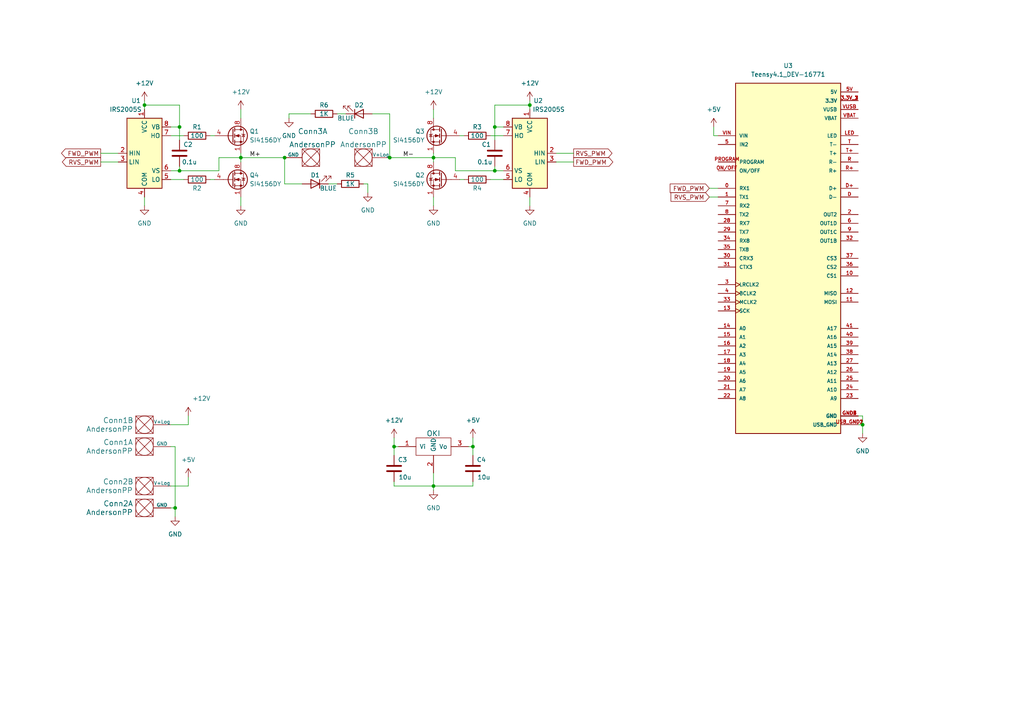
<source format=kicad_sch>
(kicad_sch (version 20211123) (generator eeschema)
  (paper "A4")
  (lib_symbols
    (symbol "Device:C" (pin_numbers hide) (pin_names (offset 0.254))
      (property "Reference" "C" (at 0.635 2.54 0))
      (property "Value" "C" (at 0.635 -2.54 0))
      (symbol "C_0_1"
        (polyline (pts (xy -2.032 -0.762) (xy 2.032 -0.762)) (stroke (width 0.508)))
        (polyline (pts (xy -2.032 0.762) (xy 2.032 0.762)) (stroke (width 0.508)))
      )
      (symbol "C_1_1"
        (pin passive line (at 0 3.81 270) (length 2.794) (name "~") (number "1"))
        (pin passive line (at 0 -3.81 90) (length 2.794) (name "~") (number "2"))
      )
    )
    (symbol "Device:LED" (pin_numbers hide) (pin_names (offset 1.016) hide)
      (property "Reference" "D" (at 0 2.54 0))
      (property "Value" "LED" (at 0 -2.54 0))
      (symbol "LED_0_1"
        (polyline (pts (xy -1.27 -1.27) (xy -1.27 1.27)) (stroke (width 0.254)))
        (polyline (pts (xy -1.27 0) (xy 1.27 0)))
        (polyline (pts (xy 1.27 -1.27) (xy 1.27 1.27) (xy -1.27 0) (xy 1.27 -1.27)) (stroke (width 0.254)))
        (polyline (pts (xy -3.048 -0.762) (xy -4.572 -2.286) (xy -3.81 -2.286) (xy -4.572 -2.286) (xy -4.572 -1.524)))
        (polyline (pts (xy -1.778 -0.762) (xy -3.302 -2.286) (xy -2.54 -2.286) (xy -3.302 -2.286) (xy -3.302 -1.524)))
      )
      (symbol "LED_1_1"
        (pin passive line (at -3.81 0 0) (length 2.54) (name "K") (number "1"))
        (pin passive line (at 3.81 0 180) (length 2.54) (name "A") (number "2"))
      )
    )
    (symbol "Device:R" (pin_numbers hide) (pin_names (offset 0))
      (property "Reference" "R" (at 2.032 0 90))
      (property "Value" "R" (at 0 0 90))
      (symbol "R_0_1"
        (rectangle (start -1.016 -2.54) (end 1.016 2.54) (stroke (width 0.254)))
      )
      (symbol "R_1_1"
        (pin passive line (at 0 3.81 270) (length 1.27) (name "~") (number "1"))
        (pin passive line (at 0 -3.81 90) (length 1.27) (name "~") (number "2"))
      )
    )
    (symbol "Driver_FET:IRS2005S"
      (property "Reference" "U" (at 1.27 13.335 0))
      (property "Value" "IRS2005S" (at 1.27 11.43 0))
      (symbol "IRS2005S_0_1"
        (rectangle (start -5.08 -10.16) (end 5.08 10.16) (stroke (width 0.254)) (fill (type background)))
      )
      (symbol "IRS2005S_1_1"
        (pin power_in line (at 0 12.7 270) (length 2.54) (name "VCC") (number "1"))
        (pin input line (at -7.62 0 0) (length 2.54) (name "HIN") (number "2"))
        (pin input line (at -7.62 -2.54 0) (length 2.54) (name "LIN") (number "3"))
        (pin power_in line (at 0 -12.7 90) (length 2.54) (name "COM") (number "4"))
        (pin output line (at 7.62 -7.62 180) (length 2.54) (name "LO") (number "5"))
        (pin passive line (at 7.62 -5.08 180) (length 2.54) (name "VS") (number "6"))
        (pin output line (at 7.62 5.08 180) (length 2.54) (name "HO") (number "7"))
        (pin passive line (at 7.62 7.62 180) (length 2.54) (name "VB") (number "8"))
      )
    )
    (symbol "MRDT_Connectors:AndersonPP" (pin_numbers hide) (pin_names (offset 0))
      (property "Reference" "Conn" (at 3.81 -1.27 0))
      (property "Value" "AndersonPP" (at 2.54 6.35 0))
      (symbol "AndersonPP_0_1"
        (polyline (pts (xy 0 5.08) (xy 5.08 0)))
        (polyline (pts (xy 5.08 5.08) (xy 0 0)))
        (rectangle (start 0 0) (end 5.08 5.08))
        (circle (center 2.54 2.54) (radius 2.54))
      )
      (symbol "AndersonPP_1_1"
        (pin input line (at 10.16 2.54 180) (length 5.08) (name "GND") (number "1"))
      )
      (symbol "AndersonPP_2_1"
        (pin input line (at 10.16 2.54 180) (length 5.08) (name "V+Log") (number "2"))
      )
      (symbol "AndersonPP_3_1"
        (pin input line (at 10.16 2.54 180) (length 5.08) (name "V+Act") (number "3"))
      )
      (symbol "AndersonPP_4_1"
        (pin input line (at 10.16 2.54 180) (length 5.08) (name "PV+") (number "4"))
      )
      (symbol "AndersonPP_5_1"
        (pin input line (at 10.16 2.54 180) (length 5.08) (name "~") (number "1"))
      )
    )
    (symbol "MRDT_Devices:OKI" (pin_names (offset 1.016))
      (property "Value" "OKI" (at 5.08 6.35 0))
      (symbol "OKI_0_1"
        (rectangle (start 0 0) (end 10.16 5.08))
      )
      (symbol "OKI_1_1"
        (pin input line (at -5.08 2.54 0) (length 5.08) (name "Vi") (number "1"))
        (pin output line (at 5.08 -5.08 90) (length 5.08) (name "GND") (number "2"))
        (pin output line (at 15.24 2.54 180) (length 5.08) (name "Vo") (number "3"))
      )
    )
    (symbol "MRDT_Shields:Teensy4.1_DEV-16771" (pin_names (offset 1.016))
      (property "Reference" "U" (at -15.24 52.07 0))
      (property "Value" "Teensy4.1_DEV-16771" (at -15.24 -53.34 0))
      (symbol "Teensy4.1_DEV-16771_0_0"
        (rectangle (start -15.24 -50.8) (end 15.24 50.8) (stroke (width 0.254)) (fill (type background)))
        (pin bidirectional line (at -20.32 20.32 0) (length 5.08) (name "RX1") (number "0"))
        (pin bidirectional line (at -20.32 17.78 0) (length 5.08) (name "TX1") (number "1"))
        (pin bidirectional line (at 20.32 -5.08 180) (length 5.08) (name "CS1") (number "10"))
        (pin bidirectional line (at 20.32 -12.7 180) (length 5.08) (name "MOSI") (number "11"))
        (pin bidirectional line (at 20.32 -10.16 180) (length 5.08) (name "MISO") (number "12"))
        (pin bidirectional clock (at -20.32 -15.24 0) (length 5.08) (name "SCK") (number "13"))
        (pin bidirectional line (at -20.32 -20.32 0) (length 5.08) (name "A0") (number "14"))
        (pin bidirectional line (at -20.32 -22.86 0) (length 5.08) (name "A1") (number "15"))
        (pin bidirectional line (at -20.32 -25.4 0) (length 5.08) (name "A2") (number "16"))
        (pin bidirectional line (at -20.32 -27.94 0) (length 5.08) (name "A3") (number "17"))
        (pin bidirectional line (at -20.32 -30.48 0) (length 5.08) (name "A4") (number "18"))
        (pin bidirectional line (at -20.32 -33.02 0) (length 5.08) (name "A5") (number "19"))
        (pin output line (at 20.32 12.7 180) (length 5.08) (name "OUT2") (number "2"))
        (pin bidirectional line (at -20.32 -35.56 0) (length 5.08) (name "A6") (number "20"))
        (pin bidirectional line (at -20.32 -38.1 0) (length 5.08) (name "A7") (number "21"))
        (pin bidirectional line (at -20.32 -40.64 0) (length 5.08) (name "A8") (number "22"))
        (pin bidirectional line (at 20.32 -40.64 180) (length 5.08) (name "A9") (number "23"))
        (pin bidirectional line (at 20.32 -38.1 180) (length 5.08) (name "A10") (number "24"))
        (pin bidirectional line (at 20.32 -35.56 180) (length 5.08) (name "A11") (number "25"))
        (pin bidirectional line (at 20.32 -33.02 180) (length 5.08) (name "A12") (number "26"))
        (pin bidirectional line (at 20.32 -30.48 180) (length 5.08) (name "A13") (number "27"))
        (pin bidirectional line (at -20.32 10.16 0) (length 5.08) (name "RX7") (number "28"))
        (pin bidirectional line (at -20.32 7.62 0) (length 5.08) (name "TX7") (number "29"))
        (pin bidirectional clock (at -20.32 -7.62 0) (length 5.08) (name "LRCLK2") (number "3"))
        (pin power_in line (at 20.32 45.72 180) (length 5.08) (name "3.3V") (number "3.3V_1"))
        (pin power_in line (at 20.32 45.72 180) (length 5.08) (name "3.3V") (number "3.3V_2"))
        (pin power_in line (at 20.32 45.72 180) (length 5.08) (name "3.3V") (number "3.3V_3"))
        (pin bidirectional line (at -20.32 0 0) (length 5.08) (name "CRX3") (number "30"))
        (pin bidirectional line (at -20.32 -2.54 0) (length 5.08) (name "CTX3") (number "31"))
        (pin output line (at 20.32 5.08 180) (length 5.08) (name "OUT1B") (number "32"))
        (pin bidirectional clock (at -20.32 -12.7 0) (length 5.08) (name "MCLK2") (number "33"))
        (pin bidirectional line (at -20.32 5.08 0) (length 5.08) (name "RX8") (number "34"))
        (pin bidirectional line (at -20.32 2.54 0) (length 5.08) (name "TX8") (number "35"))
        (pin bidirectional line (at 20.32 -2.54 180) (length 5.08) (name "CS2") (number "36"))
        (pin bidirectional line (at 20.32 0 180) (length 5.08) (name "CS3") (number "37"))
        (pin bidirectional line (at 20.32 -27.94 180) (length 5.08) (name "A14") (number "38"))
        (pin bidirectional line (at 20.32 -25.4 180) (length 5.08) (name "A15") (number "39"))
        (pin bidirectional clock (at -20.32 -10.16 0) (length 5.08) (name "BCLK2") (number "4"))
        (pin bidirectional line (at 20.32 -22.86 180) (length 5.08) (name "A16") (number "40"))
        (pin bidirectional line (at 20.32 -20.32 180) (length 5.08) (name "A17") (number "41"))
        (pin bidirectional line (at -20.32 33.02 0) (length 5.08) (name "IN2") (number "5"))
        (pin power_in line (at 20.32 48.26 180) (length 5.08) (name "5V") (number "5V"))
        (pin output line (at 20.32 10.16 180) (length 5.08) (name "OUT1D") (number "6"))
        (pin bidirectional line (at -20.32 15.24 0) (length 5.08) (name "RX2") (number "7"))
        (pin bidirectional line (at -20.32 12.7 0) (length 5.08) (name "TX2") (number "8"))
        (pin output line (at 20.32 7.62 180) (length 5.08) (name "OUT1C") (number "9"))
        (pin bidirectional line (at 20.32 17.78 180) (length 5.08) (name "D-") (number "D"))
        (pin bidirectional line (at 20.32 20.32 180) (length 5.08) (name "D+") (number "D+"))
        (pin power_in line (at 20.32 -45.72 180) (length 5.08) (name "GND") (number "GND1"))
        (pin power_in line (at 20.32 -45.72 180) (length 5.08) (name "GND") (number "GND2"))
        (pin power_in line (at 20.32 -45.72 180) (length 5.08) (name "GND") (number "GND3"))
        (pin power_in line (at 20.32 -45.72 180) (length 5.08) (name "GND") (number "GND4"))
        (pin power_in line (at 20.32 -45.72 180) (length 5.08) (name "GND") (number "GND5"))
        (pin bidirectional line (at 20.32 35.56 180) (length 5.08) (name "LED") (number "LED"))
        (pin bidirectional line (at -20.32 25.4 0) (length 5.08) (name "ON/OFF") (number "ON/OFF"))
        (pin bidirectional line (at -20.32 27.94 0) (length 5.08) (name "PROGRAM") (number "PROGRAM"))
        (pin bidirectional line (at 20.32 27.94 180) (length 5.08) (name "R-") (number "R"))
        (pin bidirectional line (at 20.32 25.4 180) (length 5.08) (name "R+") (number "R+"))
        (pin bidirectional line (at 20.32 33.02 180) (length 5.08) (name "T-") (number "T"))
        (pin bidirectional line (at 20.32 30.48 180) (length 5.08) (name "T+") (number "T+"))
        (pin power_in line (at 20.32 -48.26 180) (length 5.08) (name "USB_GND") (number "USB_GND1"))
        (pin power_in line (at 20.32 -48.26 180) (length 5.08) (name "USB_GND") (number "USB_GND2"))
        (pin passive line (at 20.32 40.64 180) (length 5.08) (name "VBAT") (number "VBAT"))
        (pin input line (at -20.32 35.56 0) (length 5.08) (name "VIN") (number "VIN"))
        (pin passive line (at 20.32 43.18 180) (length 5.08) (name "VUSB") (number "VUSB"))
      )
    )
    (symbol "Transistor_FET:FDS2734" (pin_names hide)
      (property "Reference" "Q" (at 5.08 2.54 0))
      (property "Value" "FDS2734" (at 5.08 0 0))
      (symbol "FDS2734_0_1"
        (polyline (pts (xy 0.254 0) (xy -2.54 0)))
        (polyline (pts (xy 0.254 1.905) (xy 0.254 -1.905)) (stroke (width 0.254)))
        (polyline (pts (xy 0.762 -1.27) (xy 0.762 -2.286)) (stroke (width 0.254)))
        (polyline (pts (xy 0.762 0.508) (xy 0.762 -0.508)) (stroke (width 0.254)))
        (polyline (pts (xy 0.762 2.286) (xy 0.762 1.27)) (stroke (width 0.254)))
        (polyline (pts (xy 2.54 2.54) (xy 2.54 1.778)))
        (polyline (pts (xy 2.54 -2.54) (xy 2.54 0) (xy 0.762 0)))
        (polyline (pts (xy 0.762 -1.778) (xy 3.302 -1.778) (xy 3.302 1.778) (xy 0.762 1.778)))
        (polyline (pts (xy 1.016 0) (xy 2.032 0.381) (xy 2.032 -0.381) (xy 1.016 0)) (fill (type outline)))
        (polyline (pts (xy 2.794 0.508) (xy 2.921 0.381) (xy 3.683 0.381) (xy 3.81 0.254)))
        (polyline (pts (xy 3.302 0.381) (xy 2.921 -0.254) (xy 3.683 -0.254) (xy 3.302 0.381)))
        (circle (center 1.651 0) (radius 2.794) (stroke (width 0.254)))
        (circle (center 2.54 -1.778) (radius 0.254) (fill (type outline)))
        (circle (center 2.54 1.778) (radius 0.254) (fill (type outline)))
      )
      (symbol "FDS2734_1_1"
        (pin passive line (at 2.54 -5.08 90) (length 2.54) (name "S") (number "1"))
        (pin passive line (at 2.54 -5.08 90) (length 2.54) hide (name "S") (number "2"))
        (pin passive line (at 2.54 -5.08 90) (length 2.54) hide (name "S") (number "3"))
        (pin input line (at -5.08 0 0) (length 2.54) (name "G") (number "4"))
        (pin passive line (at 2.54 5.08 270) (length 2.54) hide (name "D") (number "5"))
        (pin passive line (at 2.54 5.08 270) (length 2.54) hide (name "D") (number "6"))
        (pin passive line (at 2.54 5.08 270) (length 2.54) hide (name "D") (number "7"))
        (pin passive line (at 2.54 5.08 270) (length 2.54) (name "D") (number "8"))
      )
    )
    (symbol "power:+12V" (power) (pin_names (offset 0))
      (property "Value" "+12V" (at 0 3.556 0))
      (symbol "+12V_0_1"
        (polyline (pts (xy -0.762 1.27) (xy 0 2.54)))
        (polyline (pts (xy 0 0) (xy 0 2.54)))
        (polyline (pts (xy 0 2.54) (xy 0.762 1.27)))
      )
      (symbol "+12V_1_1"
        (pin power_in line (at 0 0 90) (length 0) hide (name "+12V") (number "1"))
      )
    )
    (symbol "power:+5V" (power) (pin_names (offset 0))
      (property "Value" "+5V" (at 0 3.556 0))
      (symbol "+5V_0_1"
        (polyline (pts (xy -0.762 1.27) (xy 0 2.54)))
        (polyline (pts (xy 0 0) (xy 0 2.54)))
        (polyline (pts (xy 0 2.54) (xy 0.762 1.27)))
      )
      (symbol "+5V_1_1"
        (pin power_in line (at 0 0 90) (length 0) hide (name "+5V") (number "1"))
      )
    )
    (symbol "power:GND" (power) (pin_names (offset 0))
      (property "Value" "GND" (at 0 -3.81 0))
      (symbol "GND_0_1"
        (polyline (pts (xy 0 0) (xy 0 -1.27) (xy 1.27 -1.27) (xy 0 -2.54) (xy -1.27 -1.27) (xy 0 -1.27)))
      )
      (symbol "GND_1_1"
        (pin power_in line (at 0 0 270) (length 0) hide (name "GND") (number "1"))
      )
    )
  )
  (junction (at 137.16 129.54))
  (junction (at 69.85 45.72))
  (junction (at 113.03 45.72))
  (junction (at 82.55 45.72))
  (junction (at 52.07 49.53))
  (junction (at 52.07 36.83))
  (junction (at 250.19 123.19))
  (junction (at 114.3 129.54))
  (junction (at 143.51 36.83))
  (junction (at 153.67 30.48))
  (junction (at 125.73 140.97))
  (junction (at 143.51 49.53))
  (junction (at 41.91 30.48))
  (junction (at 125.73 45.72))
  (junction (at 50.8 147.32))
  (wire (pts (xy 52.07 36.83) (xy 52.07 40.64)))
  (wire (pts (xy 250.19 125.73) (xy 250.19 123.19)))
  (wire (pts (xy 63.5 49.53) (xy 63.5 45.72)))
  (wire (pts (xy 100.33 33.02) (xy 97.79 33.02)))
  (wire (pts (xy 208.28 39.37) (xy 207.01 39.37)))
  (wire (pts (xy 114.3 127) (xy 114.3 129.54)))
  (wire (pts (xy 113.03 33.02) (xy 113.03 45.72)))
  (wire (pts (xy 146.05 52.07) (xy 142.24 52.07)))
  (wire (pts (xy 69.85 45.72) (xy 69.85 46.99)))
  (wire (pts (xy 50.8 129.54) (xy 50.8 147.32)))
  (wire (pts (xy 132.08 45.72) (xy 125.73 45.72)))
  (wire (pts (xy 54.61 123.19) (xy 54.61 120.65)))
  (wire (pts (xy 63.5 45.72) (xy 69.85 45.72)))
  (wire (pts (xy 52.07 36.83) (xy 52.07 30.48)))
  (wire (pts (xy 143.51 48.26) (xy 143.51 49.53)))
  (wire (pts (xy 161.29 44.45) (xy 166.37 44.45)))
  (wire (pts (xy 205.74 57.15) (xy 208.28 57.15)))
  (wire (pts (xy 49.53 147.32) (xy 50.8 147.32)))
  (wire (pts (xy 132.08 49.53) (xy 132.08 45.72)))
  (wire (pts (xy 153.67 30.48) (xy 153.67 31.75)))
  (wire (pts (xy 60.96 52.07) (xy 62.23 52.07)))
  (wire (pts (xy 143.51 36.83) (xy 143.51 30.48)))
  (wire (pts (xy 49.53 49.53) (xy 52.07 49.53)))
  (wire (pts (xy 133.35 39.37) (xy 134.62 39.37)))
  (wire (pts (xy 69.85 45.72) (xy 82.55 45.72)))
  (wire (pts (xy 142.24 39.37) (xy 146.05 39.37)))
  (wire (pts (xy 49.53 36.83) (xy 52.07 36.83)))
  (wire (pts (xy 82.55 53.34) (xy 82.55 45.72)))
  (wire (pts (xy 41.91 30.48) (xy 41.91 31.75)))
  (wire (pts (xy 41.91 29.21) (xy 41.91 30.48)))
  (wire (pts (xy 83.82 33.02) (xy 83.82 34.29)))
  (wire (pts (xy 60.96 39.37) (xy 62.23 39.37)))
  (wire (pts (xy 137.16 127) (xy 137.16 129.54)))
  (wire (pts (xy 49.53 140.97) (xy 54.61 140.97)))
  (wire (pts (xy 106.68 53.34) (xy 106.68 55.88)))
  (wire (pts (xy 105.41 53.34) (xy 106.68 53.34)))
  (wire (pts (xy 54.61 140.97) (xy 54.61 138.43)))
  (wire (pts (xy 135.89 129.54) (xy 137.16 129.54)))
  (wire (pts (xy 125.73 45.72) (xy 113.03 45.72)))
  (wire (pts (xy 161.29 46.99) (xy 166.37 46.99)))
  (wire (pts (xy 125.73 45.72) (xy 125.73 46.99)))
  (wire (pts (xy 107.95 33.02) (xy 113.03 33.02)))
  (wire (pts (xy 250.19 123.19) (xy 248.92 123.19)))
  (wire (pts (xy 49.53 129.54) (xy 50.8 129.54)))
  (wire (pts (xy 146.05 49.53) (xy 143.51 49.53)))
  (wire (pts (xy 137.16 129.54) (xy 137.16 132.08)))
  (wire (pts (xy 52.07 48.26) (xy 52.07 49.53)))
  (wire (pts (xy 153.67 57.15) (xy 153.67 59.69)))
  (wire (pts (xy 41.91 57.15) (xy 41.91 59.69)))
  (wire (pts (xy 114.3 140.97) (xy 125.73 140.97)))
  (wire (pts (xy 49.53 39.37) (xy 53.34 39.37)))
  (wire (pts (xy 29.21 46.99) (xy 34.29 46.99)))
  (wire (pts (xy 153.67 29.21) (xy 153.67 30.48)))
  (wire (pts (xy 114.3 129.54) (xy 114.3 132.08)))
  (wire (pts (xy 90.17 33.02) (xy 83.82 33.02)))
  (wire (pts (xy 49.53 123.19) (xy 54.61 123.19)))
  (wire (pts (xy 125.73 31.75) (xy 125.73 34.29)))
  (wire (pts (xy 29.21 44.45) (xy 34.29 44.45)))
  (wire (pts (xy 52.07 49.53) (xy 63.5 49.53)))
  (wire (pts (xy 133.35 52.07) (xy 134.62 52.07)))
  (wire (pts (xy 250.19 120.65) (xy 250.19 123.19)))
  (wire (pts (xy 143.51 49.53) (xy 132.08 49.53)))
  (wire (pts (xy 69.85 44.45) (xy 69.85 45.72)))
  (wire (pts (xy 125.73 57.15) (xy 125.73 59.69)))
  (wire (pts (xy 125.73 137.16) (xy 125.73 140.97)))
  (wire (pts (xy 143.51 30.48) (xy 153.67 30.48)))
  (wire (pts (xy 114.3 129.54) (xy 115.57 129.54)))
  (wire (pts (xy 95.25 53.34) (xy 97.79 53.34)))
  (wire (pts (xy 146.05 36.83) (xy 143.51 36.83)))
  (wire (pts (xy 207.01 39.37) (xy 207.01 36.83)))
  (wire (pts (xy 125.73 44.45) (xy 125.73 45.72)))
  (wire (pts (xy 49.53 52.07) (xy 53.34 52.07)))
  (wire (pts (xy 125.73 140.97) (xy 137.16 140.97)))
  (wire (pts (xy 143.51 36.83) (xy 143.51 40.64)))
  (wire (pts (xy 137.16 139.7) (xy 137.16 140.97)))
  (wire (pts (xy 52.07 30.48) (xy 41.91 30.48)))
  (wire (pts (xy 114.3 139.7) (xy 114.3 140.97)))
  (wire (pts (xy 125.73 140.97) (xy 125.73 142.24)))
  (wire (pts (xy 69.85 31.75) (xy 69.85 34.29)))
  (wire (pts (xy 205.74 54.61) (xy 208.28 54.61)))
  (wire (pts (xy 50.8 147.32) (xy 50.8 149.86)))
  (wire (pts (xy 87.63 53.34) (xy 82.55 53.34)))
  (wire (pts (xy 69.85 57.15) (xy 69.85 59.69)))
  (wire (pts (xy 248.92 120.65) (xy 250.19 120.65)))
  (label "M-" (at 116.84 45.72 0))
  (label "M+" (at 72.39 45.72 0))
  (global_label "RVS_PWM" (shape output) (at 166.37 44.45 0) (property "Intersheet References" "${INTERSHEET_REFS}" (effects hide)))
  (global_label "FWD_PWM" (shape input) (at 205.74 54.61 180) (property "Intersheet References" "${INTERSHEET_REFS}" (effects hide)))
  (global_label "RVS_PWM" (shape output) (at 29.21 46.99 180) (property "Intersheet References" "${INTERSHEET_REFS}" (effects hide)))
  (global_label "RVS_PWM" (shape input) (at 205.74 57.15 180) (property "Intersheet References" "${INTERSHEET_REFS}" (effects hide)))
  (global_label "FWD_PWM" (shape output) (at 166.37 46.99 0) (property "Intersheet References" "${INTERSHEET_REFS}" (effects hide)))
  (global_label "FWD_PWM" (shape output) (at 29.21 44.45 180) (property "Intersheet References" "${INTERSHEET_REFS}" (effects hide)))
  (symbol (lib_id "Device:R") (at 57.15 52.07 90) (unit 1)
    (property "Reference" "R2" (at 57.15 54.61 90))
    (property "Value" "100" (at 57.15 52.07 90))
    (property "Footprint" "Resistor_SMD:R_0603_1608Metric_Pad0.98x0.95mm_HandSolder" (effects hide))
  )
  (symbol (lib_id "power:+12V") (at 153.67 29.21 0) (unit 1)
    (property "Reference" "#PWR0102" (effects hide))
    (property "Value" "+12V" (at 153.67 24.13 0))
  )
  (symbol (lib_id "Device:R") (at 57.15 39.37 90) (unit 1)
    (property "Reference" "R1" (at 57.15 36.83 90))
    (property "Value" "100" (at 57.15 39.37 90))
    (property "Footprint" "Resistor_SMD:R_0603_1608Metric_Pad0.98x0.95mm_HandSolder" (effects hide))
  )
  (symbol (lib_id "power:+12V") (at 54.61 120.65 0) (unit 1)
    (property "Reference" "#PWR02" (effects hide))
    (property "Value" "+12V" (at 58.42 115.57 0))
  )
  (symbol (lib_id "power:+12V") (at 125.73 31.75 0) (unit 1)
    (property "Reference" "#PWR0106" (effects hide))
    (property "Value" "+12V" (at 125.73 26.67 0))
  )
  (symbol (lib_id "MRDT_Connectors:AndersonPP") (at 39.37 132.08 0) (unit 1)
    (property "Reference" "Conn1" (at 34.29 128.27 0) (effects (font (size 1.524 1.524))))
    (property "Value" "AndersonPP" (at 31.75 130.81 0) (effects (font (size 1.524 1.524))))
    (property "Footprint" "MRDT_Connectors:Anderson_2_Horizontal_Side_by_Side" (effects hide))
  )
  (symbol (lib_id "Transistor_FET:FDS2734") (at 128.27 52.07 0) (mirror y) (unit 1)
    (property "Reference" "Q2" (at 123.19 50.8 0) (effects (justify left)))
    (property "Value" "SI4156DY" (at 123.19 53.34 0) (effects (justify left)))
    (property "Footprint" "Package_SO:SOIC-8_3.9x4.9mm_P1.27mm" (effects hide))
    (property "Datasheet" "https://www.onsemi.com/pdf/datasheet/fds8896-d.pdf" (effects hide))
  )
  (symbol (lib_id "Device:C") (at 137.16 135.89 0) (mirror y) (unit 1)
    (property "Reference" "C4" (at 140.97 133.35 0) (effects (justify left)))
    (property "Value" "10u" (at 142.24 138.43 0) (effects (justify left)))
    (property "Footprint" "Capacitor_SMD:C_0603_1608Metric" (effects hide))
  )
  (symbol (lib_id "power:GND") (at 250.19 125.73 0) (unit 1)
    (property "Reference" "#PWR08" (effects hide))
    (property "Value" "GND" (at 250.19 130.81 0))
  )
  (symbol (lib_id "Device:C") (at 52.07 44.45 0) (mirror y) (unit 1)
    (property "Reference" "C2" (at 55.88 41.91 0) (effects (justify left)))
    (property "Value" "0.1u" (at 57.15 46.99 0) (effects (justify left)))
    (property "Footprint" "Capacitor_SMD:C_0603_1608Metric" (effects hide))
  )
  (symbol (lib_id "power:+5V") (at 137.16 127 0) (unit 1)
    (property "Reference" "#PWR0109" (effects hide))
    (property "Value" "+5V" (at 137.16 121.92 0))
  )
  (symbol (lib_id "Device:C") (at 114.3 135.89 0) (mirror y) (unit 1)
    (property "Reference" "C3" (at 118.11 133.35 0) (effects (justify left)))
    (property "Value" "10u" (at 119.38 138.43 0) (effects (justify left)))
    (property "Footprint" "Capacitor_SMD:C_0603_1608Metric" (effects hide))
  )
  (symbol (lib_id "Device:LED") (at 91.44 53.34 180) (unit 1)
    (property "Reference" "D1" (at 91.44 50.8 0))
    (property "Value" "BLUE" (at 95.25 54.61 0))
    (property "Footprint" "LED_SMD:LED_0603_1608Metric_Pad1.05x0.95mm_HandSolder" (effects hide))
  )
  (symbol (lib_id "MRDT_Connectors:AndersonPP") (at 102.87 48.26 0) (unit 2)
    (property "Reference" "Conn3" (at 105.41 38.1 0) (effects (font (size 1.524 1.524))))
    (property "Value" "AndersonPP" (at 105.41 41.91 0) (effects (font (size 1.524 1.524))))
    (property "Footprint" "MRDT_Connectors:Anderson_2_Horizontal_Side_by_Side" (effects hide))
  )
  (symbol (lib_id "Device:R") (at 138.43 39.37 270) (mirror x) (unit 1)
    (property "Reference" "R3" (at 138.43 36.83 90))
    (property "Value" "100" (at 138.43 39.37 90))
    (property "Footprint" "Resistor_SMD:R_0603_1608Metric_Pad0.98x0.95mm_HandSolder" (effects hide))
  )
  (symbol (lib_id "power:GND") (at 83.82 34.29 0) (unit 1)
    (property "Reference" "#PWR0103" (effects hide))
    (property "Value" "GND" (at 83.82 39.37 0))
  )
  (symbol (lib_id "power:+12V") (at 114.3 127 0) (unit 1)
    (property "Reference" "#PWR0111" (effects hide))
    (property "Value" "+12V" (at 114.3 121.92 0))
  )
  (symbol (lib_id "Transistor_FET:FDS2734") (at 67.31 52.07 0) (unit 1)
    (property "Reference" "Q4" (at 72.39 50.8 0) (effects (justify left)))
    (property "Value" "SI4156DY" (at 72.39 53.34 0) (effects (justify left)))
    (property "Footprint" "Package_SO:SOIC-8_3.9x4.9mm_P1.27mm" (effects hide))
    (property "Datasheet" "https://www.onsemi.com/pdf/datasheet/fds8896-d.pdf" (effects hide))
  )
  (symbol (lib_id "Driver_FET:IRS2005S") (at 153.67 44.45 0) (mirror y) (unit 1)
    (property "Reference" "U2" (at 157.48 29.21 0) (effects (justify left)))
    (property "Value" "IRS2005S" (at 163.83 31.75 0) (effects (justify left)))
    (property "Footprint" "Package_SO:SOIC-8_3.9x4.9mm_P1.27mm" (effects hide))
    (property "Datasheet" "https://www.infineon.com/dgdl/Infineon-IRS2005S-DS-v02_00-EN.pdf?fileId=5546d462533600a4015364c4246229e1" (effects hide))
  )
  (symbol (lib_id "MRDT_Shields:Teensy4.1_DEV-16771") (at 228.6 74.93 0) (unit 1)
    (property "Reference" "U3" (at 228.6 19.05 0))
    (property "Value" "Teensy4.1_DEV-16771" (at 228.6 21.59 0))
    (property "Footprint" "MRDT_Shields:MODULE_DEV-16771" (effects hide))
    (property "STANDARD" "Manufacturer recommendations" (effects hide))
    (property "MAXIMUM_PACKAGE_HEIGHT" "4.07mm" (effects hide))
    (property "MANUFACTURER" "SparkFun Electronics" (effects hide))
    (property "PARTREV" "4.1" (effects hide))
  )
  (symbol (lib_id "power:GND") (at 125.73 59.69 0) (unit 1)
    (property "Reference" "#PWR0107" (effects hide))
    (property "Value" "GND" (at 125.73 64.77 0))
  )
  (symbol (lib_id "Transistor_FET:FDS2734") (at 67.31 39.37 0) (unit 1)
    (property "Reference" "Q1" (at 72.39 38.1 0) (effects (justify left)))
    (property "Value" "SI4156DY" (at 72.39 40.64 0) (effects (justify left)))
    (property "Footprint" "Package_SO:SOIC-8_3.9x4.9mm_P1.27mm" (effects hide))
    (property "Datasheet" "https://www.onsemi.com/pdf/datasheet/fds8896-d.pdf" (effects hide))
  )
  (symbol (lib_id "Device:C") (at 143.51 44.45 0) (unit 1)
    (property "Reference" "C1" (at 139.7 41.91 0) (effects (justify left)))
    (property "Value" "0.1u" (at 138.43 46.99 0) (effects (justify left)))
    (property "Footprint" "Capacitor_SMD:C_0603_1608Metric" (effects hide))
  )
  (symbol (lib_id "power:GND") (at 125.73 142.24 0) (unit 1)
    (property "Reference" "#PWR0110" (effects hide))
    (property "Value" "GND" (at 125.73 147.32 0))
  )
  (symbol (lib_id "Driver_FET:IRS2005S") (at 41.91 44.45 0) (unit 1)
    (property "Reference" "U1" (at 38.1 29.21 0) (effects (justify left)))
    (property "Value" "IRS2005S" (at 31.75 31.75 0) (effects (justify left)))
    (property "Footprint" "Package_SO:SOIC-8_3.9x4.9mm_P1.27mm" (effects hide))
    (property "Datasheet" "https://www.infineon.com/dgdl/Infineon-IRS2005S-DS-v02_00-EN.pdf?fileId=5546d462533600a4015364c4246229e1" (effects hide))
  )
  (symbol (lib_id "power:+12V") (at 69.85 31.75 0) (unit 1)
    (property "Reference" "#PWR04" (effects hide))
    (property "Value" "+12V" (at 69.85 26.67 0))
  )
  (symbol (lib_id "MRDT_Connectors:AndersonPP") (at 39.37 143.51 0) (unit 2)
    (property "Reference" "Conn2" (at 34.29 139.7 0) (effects (font (size 1.524 1.524))))
    (property "Value" "AndersonPP" (at 31.75 142.24 0) (effects (font (size 1.524 1.524))))
    (property "Footprint" "MRDT_Connectors:Anderson_2_Horizontal_Side_by_Side" (effects hide))
  )
  (symbol (lib_id "MRDT_Devices:OKI") (at 120.65 132.08 0) (unit 1)
    (property "Reference" "U4" (effects hide))
    (property "Value" "OKI" (at 125.73 125.73 0) (effects (font (size 1.524 1.524))))
    (property "Footprint" "MRDT_Devices:OKI_Horizontal" (effects hide))
  )
  (symbol (lib_id "power:GND") (at 50.8 149.86 0) (unit 1)
    (property "Reference" "#PWR01" (effects hide))
    (property "Value" "GND" (at 50.8 154.94 0))
  )
  (symbol (lib_id "Device:R") (at 138.43 52.07 270) (mirror x) (unit 1)
    (property "Reference" "R4" (at 138.43 54.61 90))
    (property "Value" "100" (at 138.43 52.07 90))
    (property "Footprint" "Resistor_SMD:R_0603_1608Metric_Pad0.98x0.95mm_HandSolder" (effects hide))
  )
  (symbol (lib_id "power:GND") (at 106.68 55.88 0) (unit 1)
    (property "Reference" "#PWR06" (effects hide))
    (property "Value" "GND" (at 106.68 60.96 0))
  )
  (symbol (lib_id "Device:LED") (at 104.14 33.02 0) (mirror x) (unit 1)
    (property "Reference" "D2" (at 104.14 30.48 0))
    (property "Value" "BLUE" (at 100.33 34.29 0))
    (property "Footprint" "LED_SMD:LED_0603_1608Metric_Pad1.05x0.95mm_HandSolder" (effects hide))
  )
  (symbol (lib_id "Device:R") (at 93.98 33.02 270) (mirror x) (unit 1)
    (property "Reference" "R6" (at 93.98 30.48 90))
    (property "Value" "1K" (at 93.98 33.02 90))
    (property "Footprint" "Resistor_SMD:R_0603_1608Metric_Pad0.98x0.95mm_HandSolder" (effects hide))
  )
  (symbol (lib_id "MRDT_Connectors:AndersonPP") (at 39.37 149.86 0) (unit 1)
    (property "Reference" "Conn2" (at 34.29 146.05 0) (effects (font (size 1.524 1.524))))
    (property "Value" "AndersonPP" (at 31.75 148.59 0) (effects (font (size 1.524 1.524))))
    (property "Footprint" "MRDT_Connectors:Anderson_2_Horizontal_Side_by_Side" (effects hide))
  )
  (symbol (lib_id "power:GND") (at 153.67 59.69 0) (unit 1)
    (property "Reference" "#PWR0101" (effects hide))
    (property "Value" "GND" (at 153.67 64.77 0))
  )
  (symbol (lib_id "power:GND") (at 69.85 59.69 0) (unit 1)
    (property "Reference" "#PWR0104" (effects hide))
    (property "Value" "GND" (at 69.85 64.77 0))
  )
  (symbol (lib_id "power:+5V") (at 54.61 138.43 0) (unit 1)
    (property "Reference" "#PWR03" (effects hide))
    (property "Value" "+5V" (at 54.61 133.35 0))
  )
  (symbol (lib_id "Device:R") (at 101.6 53.34 90) (unit 1)
    (property "Reference" "R5" (at 101.6 50.8 90))
    (property "Value" "1K" (at 101.6 53.34 90))
    (property "Footprint" "Resistor_SMD:R_0603_1608Metric_Pad0.98x0.95mm_HandSolder" (effects hide))
  )
  (symbol (lib_id "power:+5V") (at 207.01 36.83 0) (unit 1)
    (property "Reference" "#PWR07" (effects hide))
    (property "Value" "+5V" (at 207.01 31.75 0))
  )
  (symbol (lib_id "power:+12V") (at 41.91 29.21 0) (unit 1)
    (property "Reference" "#PWR0105" (effects hide))
    (property "Value" "+12V" (at 41.91 24.13 0))
  )
  (symbol (lib_id "Transistor_FET:FDS2734") (at 128.27 39.37 0) (mirror y) (unit 1)
    (property "Reference" "Q3" (at 123.19 38.1 0) (effects (justify left)))
    (property "Value" "SI4156DY" (at 123.19 40.64 0) (effects (justify left)))
    (property "Footprint" "Package_SO:SOIC-8_3.9x4.9mm_P1.27mm" (effects hide))
    (property "Datasheet" "https://www.onsemi.com/pdf/datasheet/fds8896-d.pdf" (effects hide))
  )
  (symbol (lib_id "power:GND") (at 41.91 59.69 0) (unit 1)
    (property "Reference" "#PWR0108" (effects hide))
    (property "Value" "GND" (at 41.91 64.77 0))
  )
  (symbol (lib_id "MRDT_Connectors:AndersonPP") (at 92.71 43.18 180) (unit 1)
    (property "Reference" "Conn3" (at 86.36 38.1 0) (effects (font (size 1.524 1.524)) (justify right)))
    (property "Value" "AndersonPP" (at 83.82 41.91 0) (effects (font (size 1.524 1.524)) (justify right)))
    (property "Footprint" "MRDT_Connectors:Anderson_2_Horizontal_Side_by_Side" (effects hide))
  )
  (symbol (lib_id "MRDT_Connectors:AndersonPP") (at 39.37 125.73 0) (unit 2)
    (property "Reference" "Conn1" (at 34.29 121.92 0) (effects (font (size 1.524 1.524))))
    (property "Value" "AndersonPP" (at 31.75 124.46 0) (effects (font (size 1.524 1.524))))
    (property "Footprint" "MRDT_Connectors:Anderson_2_Horizontal_Side_by_Side" (effects hide))
  )
)
</source>
